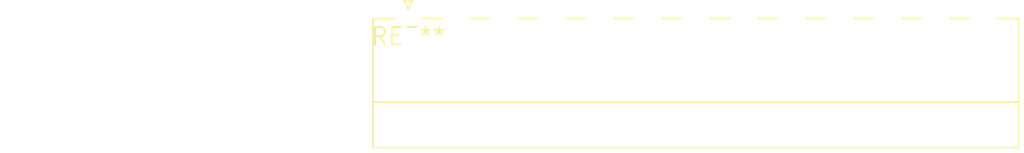
<source format=kicad_pcb>
(kicad_pcb (version 20240108) (generator pcbnew)
  (layers (0 "F.Cu" signal) (31 "B.Cu" signal) (34 "B.Paste" user) (35 "F.Paste" user) (36 "B.SilkS" user "B.Silkscreen") (37 "F.SilkS" user "F.Silkscreen") (38 "B.Mask" user) (39 "F.Mask" user) (44 "Edge.Cuts" user))
  (net 0 "")
  (footprint "PhoenixContact_MC_1,5_13-G-3.5_1x13_P3.50mm_Horizontal" (layer "F.Cu") (at 0 0)
    (property "Reference" "REF**")
    (property "Value" "PhoenixContact_MC_1,5_13-G-3.5_1x13_P3.50mm_Horizontal")
    (fp_line (start -2.56 -1.31) (end -2.56 8.11) (layer "F.SilkS") (stroke (width 0.12)))
    (fp_line (start -2.56 -1.31) (end -1.05 -1.31) (layer "F.SilkS") (stroke (width 0.12)))
    (fp_line (start -2.56 4.8) (end 44.56 4.8) (layer "F.SilkS") (stroke (width 0.12)))
    (fp_line (start -2.56 8.11) (end 44.56 8.11) (layer "F.SilkS") (stroke (width 0.12)))
    (fp_line (start -0.3 -2.6) (end 0.3 -2.6) (layer "F.SilkS") (stroke (width 0.12)))
    (fp_line (start 0 -2) (end -0.3 -2.6) (layer "F.SilkS") (stroke (width 0.12)))
    (fp_line (start 0.3 -2.6) (end 0 -2) (layer "F.SilkS") (stroke (width 0.12)))
    (fp_line (start 1.05 -1.31) (end 2.45 -1.31) (layer "F.SilkS") (stroke (width 0.12)))
    (fp_line (start 4.55 -1.31) (end 5.95 -1.31) (layer "F.SilkS") (stroke (width 0.12)))
    (fp_line (start 8.05 -1.31) (end 9.45 -1.31) (layer "F.SilkS") (stroke (width 0.12)))
    (fp_line (start 11.55 -1.31) (end 12.95 -1.31) (layer "F.SilkS") (stroke (width 0.12)))
    (fp_line (start 15.05 -1.31) (end 16.45 -1.31) (layer "F.SilkS") (stroke (width 0.12)))
    (fp_line (start 18.55 -1.31) (end 19.95 -1.31) (layer "F.SilkS") (stroke (width 0.12)))
    (fp_line (start 22.05 -1.31) (end 23.45 -1.31) (layer "F.SilkS") (stroke (width 0.12)))
    (fp_line (start 25.55 -1.31) (end 26.95 -1.31) (layer "F.SilkS") (stroke (width 0.12)))
    (fp_line (start 29.05 -1.31) (end 30.45 -1.31) (layer "F.SilkS") (stroke (width 0.12)))
    (fp_line (start 32.55 -1.31) (end 33.95 -1.31) (layer "F.SilkS") (stroke (width 0.12)))
    (fp_line (start 36.05 -1.31) (end 37.45 -1.31) (layer "F.SilkS") (stroke (width 0.12)))
    (fp_line (start 39.55 -1.31) (end 40.95 -1.31) (layer "F.SilkS") (stroke (width 0.12)))
    (fp_line (start 44.56 -1.31) (end 43.05 -1.31) (layer "F.SilkS") (stroke (width 0.12)))
    (fp_line (start 44.56 8.11) (end 44.56 -1.31) (layer "F.SilkS") (stroke (width 0.12)))
    (pad "1" thru_hole roundrect (at 0 0) (size 1.8 3.6) (drill 1.2) (layers *.Cu *.Mask) (remove_unused_layers) (roundrect_rratio 0.138889))
    (pad "2" thru_hole oval (at 3.5 0) (size 1.8 3.6) (drill 1.2) (layers *.Cu *.Mask) (remove_unused_layers))
    (pad "3" thru_hole oval (at 7 0) (size 1.8 3.6) (drill 1.2) (layers *.Cu *.Mask) (remove_unused_layers))
    (pad "4" thru_hole oval (at 10.5 0) (size 1.8 3.6) (drill 1.2) (layers *.Cu *.Mask) (remove_unused_layers))
    (pad "5" thru_hole oval (at 14 0) (size 1.8 3.6) (drill 1.2) (layers *.Cu *.Mask) (remove_unused_layers))
    (pad "6" thru_hole oval (at 17.5 0) (size 1.8 3.6) (drill 1.2) (layers *.Cu *.Mask) (remove_unused_layers))
    (pad "7" thru_hole oval (at 21 0) (size 1.8 3.6) (drill 1.2) (layers *.Cu *.Mask) (remove_unused_layers))
    (pad "8" thru_hole oval (at 24.5 0) (size 1.8 3.6) (drill 1.2) (layers *.Cu *.Mask) (remove_unused_layers))
    (pad "9" thru_hole oval (at 28 0) (size 1.8 3.6) (drill 1.2) (layers *.Cu *.Mask) (remove_unused_layers))
    (pad "10" thru_hole oval (at 31.5 0) (size 1.8 3.6) (drill 1.2) (layers *.Cu *.Mask) (remove_unused_layers))
    (pad "11" thru_hole oval (at 35 0) (size 1.8 3.6) (drill 1.2) (layers *.Cu *.Mask) (remove_unused_layers))
    (pad "12" thru_hole oval (at 38.5 0) (size 1.8 3.6) (drill 1.2) (layers *.Cu *.Mask) (remove_unused_layers))
    (pad "13" thru_hole oval (at 42 0) (size 1.8 3.6) (drill 1.2) (layers *.Cu *.Mask) (remove_unused_layers))
  )
)
</source>
